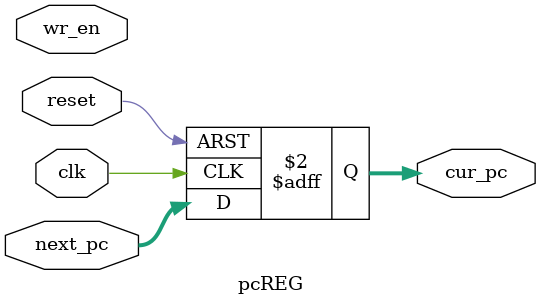
<source format=v>
module pcREG(input clk, input wr_en, input reset, input [63:0]next_pc, output reg [63:0]cur_pc ); //Not currently implementing wr_en, going to do hazard relating things after taking computer architechture 2r

always @(posedge clk or posedge reset) begin
    
    if (reset)
    cur_pc <= 0;
    else begin
    cur_pc <= next_pc;    
    end

end

endmodule


</source>
